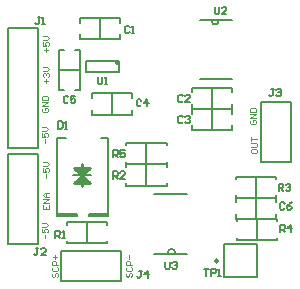
<source format=gto>
G04 Layer_Color=65535*
%FSLAX42Y42*%
%MOMM*%
G71*
G01*
G75*
%ADD25C,0.25*%
%ADD26C,0.20*%
%ADD27C,0.15*%
%ADD28C,0.25*%
%ADD29C,0.10*%
G36*
X2097Y2780D02*
X2127D01*
Y2750D01*
X2102Y2760D01*
X2092Y2770D01*
Y2785D01*
X2097Y2780D01*
D02*
G37*
D25*
X2967Y1092D02*
G03*
X2967Y1092I-12J0D01*
G01*
D26*
X2097Y2785D02*
G03*
X2129Y2751I35J0D01*
G01*
X2913Y3124D02*
G03*
X2974Y3124I30J0D01*
G01*
X2604Y1163D02*
G03*
X2543Y1163I-30J0D01*
G01*
X3019Y952D02*
Y1232D01*
X3019Y1232D02*
X3299D01*
Y952D02*
Y1232D01*
X3019Y952D02*
X3299D01*
X1744Y1817D02*
X1894D01*
X1607Y1476D02*
Y1491D01*
X1777D01*
X1607D02*
Y2136D01*
Y1476D02*
X1777D01*
Y1491D01*
X1877D02*
X2037D01*
X1877Y1476D02*
Y1491D01*
X1607Y2136D02*
X1680D01*
X1877Y1476D02*
X2037D01*
X1975Y2136D02*
X2037D01*
Y1476D02*
Y2136D01*
X1193Y2045D02*
X1447D01*
X1193D02*
Y3061D01*
X1447Y2045D02*
Y3061D01*
X1193D02*
X1447D01*
X1193Y1235D02*
Y1997D01*
Y1235D02*
X1447D01*
Y1997D01*
X1193D02*
X1447D01*
X3333Y1933D02*
Y2441D01*
Y1933D02*
X3587D01*
Y2441D01*
X3333D02*
X3587D01*
X1643Y923D02*
X2151D01*
Y1177D01*
X1643D02*
X2151D01*
X1643Y923D02*
Y1177D01*
X1848Y2689D02*
X2130D01*
X1848Y2788D02*
X2130D01*
X1848Y2689D02*
Y2788D01*
X2130Y2689D02*
Y2788D01*
X2813Y2632D02*
X3088D01*
X2813Y3135D02*
X3088D01*
X2430Y1655D02*
X2704D01*
X2430Y1152D02*
X2704D01*
D27*
X1800Y3110D02*
Y3150D01*
X2140D01*
Y3110D02*
Y3150D01*
Y2970D02*
Y3010D01*
X1800Y2970D02*
X2140D01*
X1800D02*
Y3010D01*
X1970Y2970D02*
Y3150D01*
X1900Y2470D02*
Y2510D01*
X2240D01*
Y2470D02*
Y2510D01*
Y2330D02*
Y2370D01*
X1900Y2330D02*
X2240D01*
X1900D02*
Y2370D01*
X2070Y2330D02*
Y2510D01*
X3090Y2380D02*
Y2420D01*
X2750Y2380D02*
X3090D01*
X2750D02*
Y2420D01*
Y2520D02*
Y2560D01*
X3090D01*
Y2520D02*
Y2560D01*
X2920Y2380D02*
Y2560D01*
X3090Y2200D02*
Y2240D01*
X2750Y2200D02*
X3090D01*
X2750D02*
Y2240D01*
Y2340D02*
Y2380D01*
X3090D01*
Y2340D02*
Y2380D01*
X2920Y2200D02*
Y2380D01*
X3462Y1447D02*
Y1487D01*
X3123Y1447D02*
X3462D01*
X3123D02*
Y1487D01*
Y1587D02*
Y1627D01*
X3462D01*
Y1587D02*
Y1627D01*
X3292Y1447D02*
Y1627D01*
X2030Y1240D02*
Y1260D01*
X1690Y1240D02*
X2030D01*
X1690D02*
Y1260D01*
X2030Y1400D02*
Y1420D01*
X1690D02*
X2030D01*
X1690Y1400D02*
Y1420D01*
X1860Y1240D02*
Y1420D01*
X2533Y1730D02*
Y1750D01*
X2192Y1730D02*
X2533D01*
X2192D02*
Y1750D01*
X2533Y1890D02*
Y1910D01*
X2192D02*
X2533D01*
X2192Y1890D02*
Y1910D01*
X2362Y1730D02*
Y1910D01*
X3123Y1787D02*
Y1807D01*
X3462D01*
Y1787D02*
Y1807D01*
X3123Y1627D02*
Y1647D01*
Y1627D02*
X3462D01*
Y1647D01*
X3292Y1627D02*
Y1807D01*
X3465Y1267D02*
Y1287D01*
X3125Y1267D02*
X3465D01*
X3125D02*
Y1287D01*
X3465Y1427D02*
Y1447D01*
X3125D02*
X3465D01*
X3125Y1427D02*
Y1447D01*
X3295Y1267D02*
Y1447D01*
X2192Y2070D02*
Y2090D01*
X2533D01*
Y2070D02*
Y2090D01*
X2192Y1910D02*
Y1930D01*
Y1910D02*
X2533D01*
Y1930D01*
X2362Y1910D02*
Y2090D01*
X1761Y2878D02*
X1801D01*
Y2538D02*
Y2878D01*
X1761Y2538D02*
X1801D01*
X1621D02*
X1661D01*
X1621D02*
Y2878D01*
X1661D01*
X1621Y2708D02*
X1801D01*
X2520Y1087D02*
Y1037D01*
X2530Y1027D01*
X2550D01*
X2560Y1037D01*
Y1087D01*
X2580Y1077D02*
X2590Y1087D01*
X2610D01*
X2620Y1077D01*
Y1067D01*
X2610Y1057D01*
X2600D01*
X2610D01*
X2620Y1047D01*
Y1037D01*
X2610Y1027D01*
X2590D01*
X2580Y1037D01*
X2940Y3240D02*
Y3190D01*
X2950Y3180D01*
X2970D01*
X2980Y3190D01*
Y3240D01*
X3040Y3180D02*
X3000D01*
X3040Y3220D01*
Y3230D01*
X3030Y3240D01*
X3010D01*
X3000Y3230D01*
X1950Y2650D02*
Y2600D01*
X1960Y2590D01*
X1980D01*
X1990Y2600D01*
Y2650D01*
X2010Y2590D02*
X2030D01*
X2020D01*
Y2650D01*
X2010Y2640D01*
X2080Y1970D02*
Y2030D01*
X2110D01*
X2120Y2020D01*
Y2000D01*
X2110Y1990D01*
X2080D01*
X2100D02*
X2120Y1970D01*
X2180Y2030D02*
X2140D01*
Y2000D01*
X2160Y2010D01*
X2170D01*
X2180Y2000D01*
Y1980D01*
X2170Y1970D01*
X2150D01*
X2140Y1980D01*
X3495Y1337D02*
Y1397D01*
X3525D01*
X3535Y1387D01*
Y1367D01*
X3525Y1357D01*
X3495D01*
X3515D02*
X3535Y1337D01*
X3585D02*
Y1397D01*
X3555Y1367D01*
X3595D01*
X3483Y1687D02*
Y1747D01*
X3512D01*
X3522Y1737D01*
Y1717D01*
X3512Y1707D01*
X3483D01*
X3502D02*
X3522Y1687D01*
X3542Y1737D02*
X3552Y1747D01*
X3572D01*
X3582Y1737D01*
Y1727D01*
X3572Y1717D01*
X3562D01*
X3572D01*
X3582Y1707D01*
Y1697D01*
X3572Y1687D01*
X3552D01*
X3542Y1697D01*
X2080Y1790D02*
Y1850D01*
X2110D01*
X2120Y1840D01*
Y1820D01*
X2110Y1810D01*
X2080D01*
X2100D02*
X2120Y1790D01*
X2180D02*
X2140D01*
X2180Y1830D01*
Y1840D01*
X2170Y1850D01*
X2150D01*
X2140Y1840D01*
X1591Y1287D02*
Y1347D01*
X1621D01*
X1631Y1337D01*
Y1317D01*
X1621Y1307D01*
X1591D01*
X1611D02*
X1631Y1287D01*
X1651D02*
X1671D01*
X1661D01*
Y1347D01*
X1651Y1337D01*
X2323Y1011D02*
X2303D01*
X2313D01*
Y961D01*
X2303Y951D01*
X2293D01*
X2283Y961D01*
X2373Y951D02*
Y1011D01*
X2343Y981D01*
X2383D01*
X3440Y2550D02*
X3420D01*
X3430D01*
Y2500D01*
X3420Y2490D01*
X3410D01*
X3400Y2500D01*
X3460Y2540D02*
X3470Y2550D01*
X3490D01*
X3500Y2540D01*
Y2530D01*
X3490Y2520D01*
X3480D01*
X3490D01*
X3500Y2510D01*
Y2500D01*
X3490Y2490D01*
X3470D01*
X3460Y2500D01*
X1448Y1200D02*
X1428D01*
X1438D01*
Y1150D01*
X1428Y1140D01*
X1418D01*
X1408Y1150D01*
X1508Y1140D02*
X1468D01*
X1508Y1180D01*
Y1190D01*
X1498Y1200D01*
X1478D01*
X1468Y1190D01*
X1460Y3160D02*
X1440D01*
X1450D01*
Y3110D01*
X1440Y3100D01*
X1430D01*
X1420Y3110D01*
X1480Y3100D02*
X1500D01*
X1490D01*
Y3160D01*
X1480Y3150D01*
X3532Y1577D02*
X3522Y1587D01*
X3502D01*
X3492Y1577D01*
Y1537D01*
X3502Y1527D01*
X3522D01*
X3532Y1537D01*
X3592Y1587D02*
X3572Y1577D01*
X3552Y1557D01*
Y1537D01*
X3562Y1527D01*
X3582D01*
X3592Y1537D01*
Y1547D01*
X3582Y1557D01*
X3552D01*
X2670Y2310D02*
X2660Y2320D01*
X2640D01*
X2630Y2310D01*
Y2270D01*
X2640Y2260D01*
X2660D01*
X2670Y2270D01*
X2690Y2310D02*
X2700Y2320D01*
X2720D01*
X2730Y2310D01*
Y2300D01*
X2720Y2290D01*
X2710D01*
X2720D01*
X2730Y2280D01*
Y2270D01*
X2720Y2260D01*
X2700D01*
X2690Y2270D01*
X2670Y2490D02*
X2660Y2500D01*
X2640D01*
X2630Y2490D01*
Y2450D01*
X2640Y2440D01*
X2660D01*
X2670Y2450D01*
X2730Y2440D02*
X2690D01*
X2730Y2480D01*
Y2490D01*
X2720Y2500D01*
X2700D01*
X2690Y2490D01*
X2320Y2450D02*
X2310Y2460D01*
X2290D01*
X2280Y2450D01*
Y2410D01*
X2290Y2400D01*
X2310D01*
X2320Y2410D01*
X2370Y2400D02*
Y2460D01*
X2340Y2430D01*
X2380D01*
X2220Y3070D02*
X2210Y3080D01*
X2190D01*
X2180Y3070D01*
Y3030D01*
X2190Y3020D01*
X2210D01*
X2220Y3030D01*
X2240Y3020D02*
X2260D01*
X2250D01*
Y3080D01*
X2240Y3070D01*
X1612Y2273D02*
Y2213D01*
X1642D01*
X1652Y2223D01*
Y2263D01*
X1642Y2273D01*
X1612D01*
X1672Y2213D02*
X1691D01*
X1681D01*
Y2273D01*
X1672Y2263D01*
X2850Y1027D02*
X2890D01*
X2870D01*
Y967D01*
X2910D02*
Y1027D01*
X2940D01*
X2950Y1017D01*
Y997D01*
X2940Y987D01*
X2910D01*
X2970Y967D02*
X2990D01*
X2980D01*
Y1027D01*
X2970Y1017D01*
X1701Y2478D02*
X1691Y2488D01*
X1671D01*
X1661Y2478D01*
Y2438D01*
X1671Y2428D01*
X1691D01*
X1701Y2438D01*
X1761Y2488D02*
X1721D01*
Y2458D01*
X1741Y2468D01*
X1751D01*
X1761Y2458D01*
Y2438D01*
X1751Y2428D01*
X1731D01*
X1721Y2438D01*
D28*
X1818Y1724D02*
Y1911D01*
X1803Y1881D02*
X1823Y1861D01*
X1773Y1881D02*
X1803D01*
X1773D02*
X1813Y1841D01*
X1823D01*
X1793Y1751D02*
X1823Y1781D01*
X1773Y1751D02*
X1793D01*
X1773D02*
X1803Y1781D01*
X1823D01*
X1853Y1751D01*
X1863D01*
X1823Y1841D02*
X1853Y1871D01*
X1753Y1881D02*
X1883D01*
X1753D02*
X1883Y1751D01*
X1753D02*
X1883D01*
X1753D02*
X1883Y1881D01*
D29*
X1488Y2388D02*
X1480Y2379D01*
Y2363D01*
X1488Y2354D01*
X1521D01*
X1530Y2363D01*
Y2379D01*
X1521Y2388D01*
X1505D01*
Y2371D01*
X1530Y2404D02*
X1480D01*
X1530Y2438D01*
X1480D01*
Y2454D02*
X1530D01*
Y2479D01*
X1521Y2487D01*
X1488D01*
X1480Y2479D01*
Y2454D01*
X3250Y2286D02*
X3241Y2278D01*
Y2261D01*
X3250Y2253D01*
X3283D01*
X3291Y2261D01*
Y2278D01*
X3283Y2286D01*
X3266D01*
Y2269D01*
X3291Y2303D02*
X3241D01*
X3291Y2336D01*
X3241D01*
Y2353D02*
X3291D01*
Y2378D01*
X3283Y2386D01*
X3250D01*
X3241Y2378D01*
Y2353D01*
X3250Y2032D02*
Y2016D01*
X3258Y2007D01*
X3292D01*
X3300Y2016D01*
Y2032D01*
X3292Y2041D01*
X3258D01*
X3250Y2032D01*
Y2057D02*
X3292D01*
X3300Y2066D01*
Y2082D01*
X3292Y2091D01*
X3250D01*
Y2107D02*
Y2141D01*
Y2124D01*
X3300D01*
X1513Y2862D02*
Y2895D01*
X1496Y2878D02*
X1530D01*
X1488Y2945D02*
Y2912D01*
X1513D01*
X1505Y2928D01*
Y2937D01*
X1513Y2945D01*
X1530D01*
X1538Y2937D01*
Y2920D01*
X1530Y2912D01*
X1488Y2962D02*
X1521D01*
X1538Y2978D01*
X1521Y2995D01*
X1488D01*
X1510Y2602D02*
Y2636D01*
X1493Y2619D02*
X1527D01*
X1493Y2652D02*
X1485Y2661D01*
Y2677D01*
X1493Y2686D01*
X1502D01*
X1510Y2677D01*
Y2669D01*
Y2677D01*
X1518Y2686D01*
X1527D01*
X1535Y2677D01*
Y2661D01*
X1527Y2652D01*
X1485Y2702D02*
X1518D01*
X1535Y2719D01*
X1518Y2735D01*
X1485D01*
X1501Y2091D02*
Y2124D01*
X1476Y2174D02*
Y2141D01*
X1501D01*
X1492Y2158D01*
Y2166D01*
X1501Y2174D01*
X1517D01*
X1526Y2166D01*
Y2149D01*
X1517Y2141D01*
X1476Y2191D02*
X1509D01*
X1526Y2208D01*
X1509Y2224D01*
X1476D01*
X1511Y1792D02*
Y1826D01*
X1486Y1876D02*
Y1842D01*
X1511D01*
X1503Y1859D01*
Y1867D01*
X1511Y1876D01*
X1528D01*
X1536Y1867D01*
Y1851D01*
X1528Y1842D01*
X1486Y1892D02*
X1519D01*
X1536Y1909D01*
X1519Y1926D01*
X1486D01*
X1507Y1283D02*
Y1316D01*
X1482Y1366D02*
Y1333D01*
X1507D01*
X1499Y1349D01*
Y1358D01*
X1507Y1366D01*
X1524D01*
X1532Y1358D01*
Y1341D01*
X1524Y1333D01*
X1482Y1383D02*
X1515D01*
X1532Y1399D01*
X1515Y1416D01*
X1482D01*
X1484Y1566D02*
Y1532D01*
X1534D01*
Y1566D01*
X1509Y1532D02*
Y1549D01*
X1534Y1582D02*
X1484D01*
X1534Y1616D01*
X1484D01*
X1534Y1632D02*
X1501D01*
X1484Y1649D01*
X1501Y1666D01*
X1534D01*
X1509D01*
Y1632D01*
X1568Y989D02*
X1560Y981D01*
Y964D01*
X1568Y956D01*
X1577D01*
X1585Y964D01*
Y981D01*
X1593Y989D01*
X1602D01*
X1610Y981D01*
Y964D01*
X1602Y956D01*
X1568Y1039D02*
X1560Y1031D01*
Y1014D01*
X1568Y1006D01*
X1602D01*
X1610Y1014D01*
Y1031D01*
X1602Y1039D01*
X1610Y1056D02*
X1560D01*
Y1081D01*
X1568Y1089D01*
X1585D01*
X1593Y1081D01*
Y1056D01*
X1585Y1106D02*
Y1139D01*
X1568Y1122D02*
X1602D01*
X2199Y994D02*
X2191Y985D01*
Y969D01*
X2199Y960D01*
X2208D01*
X2216Y969D01*
Y985D01*
X2224Y994D01*
X2233D01*
X2241Y985D01*
Y969D01*
X2233Y960D01*
X2199Y1044D02*
X2191Y1035D01*
Y1019D01*
X2199Y1010D01*
X2233D01*
X2241Y1019D01*
Y1035D01*
X2233Y1044D01*
X2241Y1060D02*
X2191D01*
Y1085D01*
X2199Y1094D01*
X2216D01*
X2224Y1085D01*
Y1060D01*
X2216Y1110D02*
Y1144D01*
M02*

</source>
